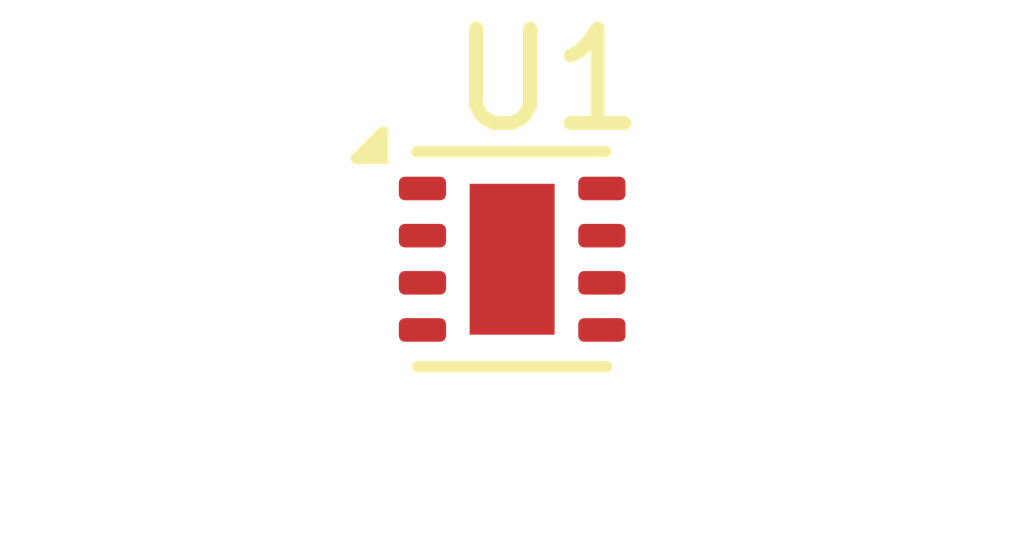
<source format=kicad_pcb>
(kicad_pcb (version 20241229) (generator "pcbnew") (generator_version "9.0")
  (layers (0 "F.Cu" signal) (2 "B.Cu" signal) (13 "F.Paste" user) (15 "B.Paste" user) (5 "F.SilkS" user "F.Silkscreen") (7 "B.SilkS" user "B.Silkscreen") (1 "F.Mask" user) (3 "B.Mask" user) (25 "Edge.Cuts" user))
  (net 0 "")
  (net 2 "Net-(U1-GND-Pad4)")
  (footprint "Package_SON:WSON-8-1EP_2x2mm_P0.5mm_EP0.9x1.6mm" (layer "F.Cu") (at 70.05 55.25)
    (property "Reference" "U1" (at 0.38 -1.9 0) (layer "F.SilkS"))
    (property "Value" "DRV8837DSGR")
    (fp_line (start -1.01 -1.14) (end 0.99 -1.14) (stroke (width 0.12)) (layer "F.SilkS"))
    (fp_line (start -1 1.14) (end 1 1.14) (stroke (width 0.12)) (layer "F.SilkS"))
    (fp_poly (pts (xy -1.37 -1.07) (xy -1.65 -1.07) (xy -1.37 -1.35) (xy -1.37 -1.07)) (stroke (width 0.12)) (fill yes) (layer "F.SilkS"))
    (pad "1" smd roundrect (at -0.95 -0.75) (size 0.5 0.25) (layers "F.Cu" "F.Mask" "F.Paste"))
    (pad "2" smd roundrect (at -0.95 -0.25) (size 0.5 0.25) (layers "F.Cu" "F.Mask" "F.Paste"))
    (pad "3" smd roundrect (at -0.95 0.25) (size 0.5 0.25) (layers "F.Cu" "F.Mask" "F.Paste"))
    (pad "4" smd roundrect (at -0.95 0.75) (size 0.5 0.25) (layers "F.Cu" "F.Mask" "F.Paste") (net 2 "Net-(U1-GND-Pad4)"))
    (pad "5" smd roundrect (at 0.95 0.75) (size 0.5 0.25) (layers "F.Cu" "F.Mask" "F.Paste"))
    (pad "6" smd roundrect (at 0.95 0.25) (size 0.5 0.25) (layers "F.Cu" "F.Mask" "F.Paste"))
    (pad "7" smd roundrect (at 0.95 -0.25) (size 0.5 0.25) (layers "F.Cu" "F.Mask" "F.Paste"))
    (pad "8" smd roundrect (at 0.95 -0.75) (size 0.5 0.25) (layers "F.Cu" "F.Mask" "F.Paste"))
    (pad "9" smd rect (at 0 0) (size 0.9 1.6) (layers "F.Cu" "F.Mask") (net 2 "Net-(U1-GND-Pad4)"))
  )
)
</source>
